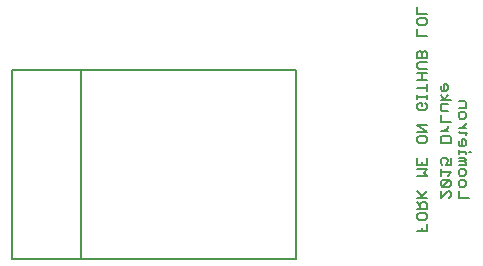
<source format=gbo>
G75*
%MOIN*%
%OFA0B0*%
%FSLAX24Y24*%
%IPPOS*%
%LPD*%
%AMOC8*
5,1,8,0,0,1.08239X$1,22.5*
%
%ADD10C,0.0060*%
%ADD11C,0.0050*%
D10*
X013613Y004598D02*
X013954Y004598D01*
X013954Y004825D01*
X013897Y004966D02*
X013670Y004966D01*
X013613Y005023D01*
X013613Y005137D01*
X013670Y005193D01*
X013897Y005193D01*
X013954Y005137D01*
X013954Y005023D01*
X013897Y004966D01*
X013783Y004712D02*
X013783Y004598D01*
X013727Y005335D02*
X013727Y005505D01*
X013783Y005562D01*
X013897Y005562D01*
X013954Y005505D01*
X013954Y005335D01*
X013613Y005335D01*
X013727Y005448D02*
X013613Y005562D01*
X013613Y005703D02*
X013954Y005703D01*
X013783Y005760D02*
X013613Y005930D01*
X013727Y005703D02*
X013954Y005930D01*
X014407Y005941D02*
X014407Y005714D01*
X014634Y005941D01*
X014691Y005941D01*
X014747Y005884D01*
X014747Y005771D01*
X014691Y005714D01*
X015007Y005714D02*
X015007Y005941D01*
X015064Y006082D02*
X015007Y006139D01*
X015007Y006252D01*
X015064Y006309D01*
X015177Y006309D01*
X015234Y006252D01*
X015234Y006139D01*
X015177Y006082D01*
X015064Y006082D01*
X014747Y006139D02*
X014747Y006252D01*
X014691Y006309D01*
X014464Y006082D01*
X014407Y006139D01*
X014407Y006252D01*
X014464Y006309D01*
X014691Y006309D01*
X014634Y006450D02*
X014747Y006564D01*
X014407Y006564D01*
X014407Y006677D02*
X014407Y006450D01*
X013954Y006440D02*
X013840Y006553D01*
X013954Y006667D01*
X013613Y006667D01*
X013613Y006440D02*
X013954Y006440D01*
X013954Y006808D02*
X013613Y006808D01*
X013613Y007035D01*
X013783Y006921D02*
X013783Y006808D01*
X013954Y006808D02*
X013954Y007035D01*
X014407Y006989D02*
X014407Y006876D01*
X014464Y006819D01*
X014577Y006819D02*
X014634Y006932D01*
X014634Y006989D01*
X014577Y007046D01*
X014464Y007046D01*
X014407Y006989D01*
X014577Y006819D02*
X014747Y006819D01*
X014747Y007046D01*
X015007Y007046D02*
X015177Y007046D01*
X015234Y006989D01*
X015177Y006932D01*
X015007Y006932D01*
X015007Y006819D02*
X015234Y006819D01*
X015234Y006876D01*
X015177Y006932D01*
X015234Y007187D02*
X015234Y007244D01*
X015007Y007244D01*
X015007Y007187D02*
X015007Y007301D01*
X015064Y007433D02*
X015177Y007433D01*
X015234Y007489D01*
X015234Y007603D01*
X015177Y007660D01*
X015120Y007660D01*
X015120Y007433D01*
X015064Y007433D02*
X015007Y007489D01*
X015007Y007603D01*
X014747Y007555D02*
X014747Y007726D01*
X014691Y007782D01*
X014464Y007782D01*
X014407Y007726D01*
X014407Y007555D01*
X014747Y007555D01*
X015234Y007801D02*
X015234Y007914D01*
X015291Y007858D02*
X015064Y007858D01*
X015007Y007914D01*
X015007Y008047D02*
X015234Y008047D01*
X015234Y008160D02*
X015234Y008217D01*
X015234Y008160D02*
X015120Y008047D01*
X014747Y008231D02*
X014407Y008231D01*
X014407Y008458D01*
X014464Y008599D02*
X014407Y008656D01*
X014407Y008826D01*
X014634Y008826D01*
X014747Y008967D02*
X014407Y008967D01*
X014520Y008967D02*
X014634Y009137D01*
X014577Y009274D02*
X014464Y009274D01*
X014407Y009331D01*
X014407Y009444D01*
X014520Y009501D02*
X014520Y009274D01*
X014577Y009274D02*
X014634Y009331D01*
X014634Y009444D01*
X014577Y009501D01*
X014520Y009501D01*
X013954Y009490D02*
X013954Y009263D01*
X013954Y009377D02*
X013613Y009377D01*
X013613Y009131D02*
X013613Y009018D01*
X013613Y009075D02*
X013954Y009075D01*
X013954Y009131D02*
X013954Y009018D01*
X013897Y008876D02*
X013954Y008820D01*
X013954Y008706D01*
X013897Y008650D01*
X013670Y008650D01*
X013613Y008706D01*
X013613Y008820D01*
X013670Y008876D01*
X013783Y008876D01*
X013783Y008763D01*
X014464Y008599D02*
X014634Y008599D01*
X015007Y008524D02*
X015007Y008410D01*
X015064Y008353D01*
X015177Y008353D01*
X015234Y008410D01*
X015234Y008524D01*
X015177Y008580D01*
X015064Y008580D01*
X015007Y008524D01*
X015007Y008722D02*
X015234Y008722D01*
X015234Y008892D01*
X015177Y008949D01*
X015007Y008949D01*
X014520Y008967D02*
X014407Y009137D01*
X013954Y009632D02*
X013613Y009632D01*
X013783Y009632D02*
X013783Y009859D01*
X013613Y009859D02*
X013954Y009859D01*
X013954Y010000D02*
X013670Y010000D01*
X013613Y010057D01*
X013613Y010170D01*
X013670Y010227D01*
X013954Y010227D01*
X013954Y010368D02*
X013954Y010538D01*
X013897Y010595D01*
X013840Y010595D01*
X013783Y010538D01*
X013783Y010368D01*
X013613Y010368D02*
X013613Y010538D01*
X013670Y010595D01*
X013727Y010595D01*
X013783Y010538D01*
X013613Y010368D02*
X013954Y010368D01*
X013954Y011105D02*
X013613Y011105D01*
X013613Y011332D01*
X013670Y011473D02*
X013613Y011530D01*
X013613Y011643D01*
X013670Y011700D01*
X013897Y011700D01*
X013954Y011643D01*
X013954Y011530D01*
X013897Y011473D01*
X013670Y011473D01*
X013613Y011842D02*
X013613Y012068D01*
X013613Y011842D02*
X013954Y011842D01*
X013954Y008140D02*
X013613Y008140D01*
X013954Y007913D01*
X013613Y007913D01*
X013670Y007771D02*
X013897Y007771D01*
X013954Y007715D01*
X013954Y007601D01*
X013897Y007545D01*
X013670Y007545D01*
X013613Y007601D01*
X013613Y007715D01*
X013670Y007771D01*
X014407Y007924D02*
X014634Y007924D01*
X014634Y008037D02*
X014634Y008094D01*
X014634Y008037D02*
X014520Y007924D01*
X015347Y007244D02*
X015404Y007244D01*
X015177Y006677D02*
X015064Y006677D01*
X015007Y006621D01*
X015007Y006507D01*
X015064Y006450D01*
X015177Y006450D01*
X015234Y006507D01*
X015234Y006621D01*
X015177Y006677D01*
X014747Y006139D02*
X014691Y006082D01*
X014464Y006082D01*
X015007Y005714D02*
X015347Y005714D01*
D11*
X000125Y003676D02*
X000125Y009975D01*
X002408Y009975D01*
X009574Y009975D01*
X009574Y003676D01*
X002408Y003676D01*
X002408Y009975D01*
X002408Y003676D02*
X000125Y003676D01*
M02*

</source>
